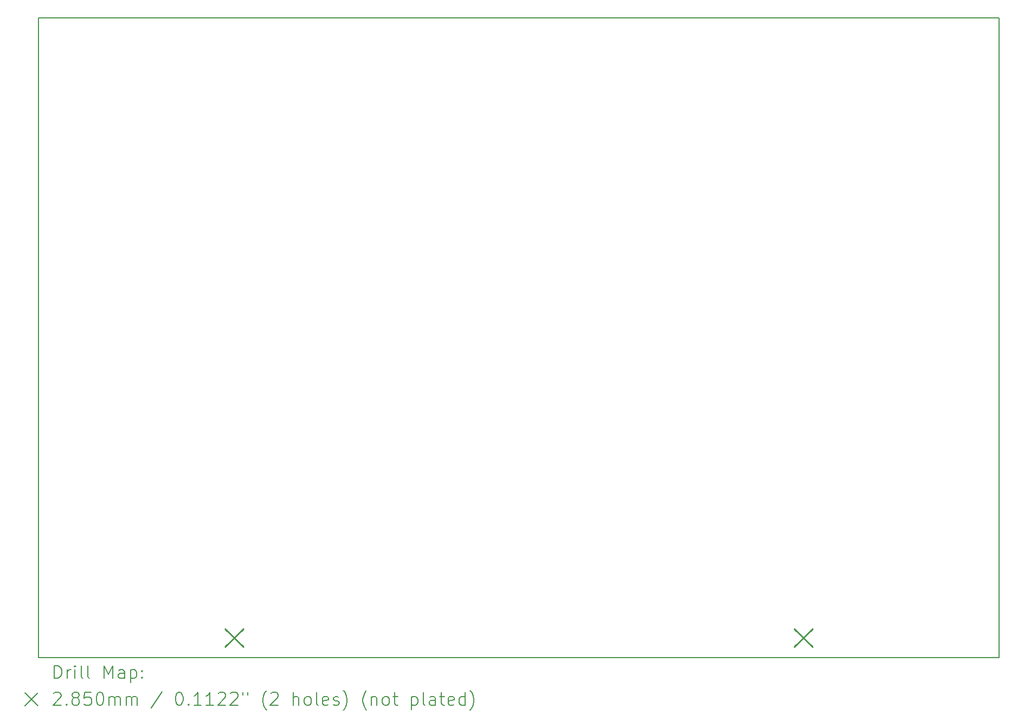
<source format=gbr>
%TF.GenerationSoftware,KiCad,Pcbnew,(6.0.7)*%
%TF.CreationDate,2023-04-20T17:26:40-06:00*%
%TF.ProjectId,boards,626f6172-6473-42e6-9b69-6361645f7063,rev?*%
%TF.SameCoordinates,Original*%
%TF.FileFunction,Drillmap*%
%TF.FilePolarity,Positive*%
%FSLAX45Y45*%
G04 Gerber Fmt 4.5, Leading zero omitted, Abs format (unit mm)*
G04 Created by KiCad (PCBNEW (6.0.7)) date 2023-04-20 17:26:40*
%MOMM*%
%LPD*%
G01*
G04 APERTURE LIST*
%ADD10C,0.200000*%
%ADD11C,0.285000*%
G04 APERTURE END LIST*
D10*
X32500000Y-20000000D02*
X17500000Y-20000000D01*
X17500000Y-20000000D02*
X17500000Y-10000000D01*
X17500000Y-10000000D02*
X32500000Y-10000000D01*
X32500000Y-10000000D02*
X32500000Y-20000000D01*
D11*
X20412500Y-19545250D02*
X20697500Y-19830250D01*
X20697500Y-19545250D02*
X20412500Y-19830250D01*
X29302500Y-19545250D02*
X29587500Y-19830250D01*
X29587500Y-19545250D02*
X29302500Y-19830250D01*
D10*
X17747619Y-20320476D02*
X17747619Y-20120476D01*
X17795238Y-20120476D01*
X17823810Y-20130000D01*
X17842857Y-20149048D01*
X17852381Y-20168095D01*
X17861905Y-20206190D01*
X17861905Y-20234762D01*
X17852381Y-20272857D01*
X17842857Y-20291905D01*
X17823810Y-20310952D01*
X17795238Y-20320476D01*
X17747619Y-20320476D01*
X17947619Y-20320476D02*
X17947619Y-20187143D01*
X17947619Y-20225238D02*
X17957143Y-20206190D01*
X17966667Y-20196667D01*
X17985714Y-20187143D01*
X18004762Y-20187143D01*
X18071429Y-20320476D02*
X18071429Y-20187143D01*
X18071429Y-20120476D02*
X18061905Y-20130000D01*
X18071429Y-20139524D01*
X18080952Y-20130000D01*
X18071429Y-20120476D01*
X18071429Y-20139524D01*
X18195238Y-20320476D02*
X18176190Y-20310952D01*
X18166667Y-20291905D01*
X18166667Y-20120476D01*
X18300000Y-20320476D02*
X18280952Y-20310952D01*
X18271429Y-20291905D01*
X18271429Y-20120476D01*
X18528571Y-20320476D02*
X18528571Y-20120476D01*
X18595238Y-20263333D01*
X18661905Y-20120476D01*
X18661905Y-20320476D01*
X18842857Y-20320476D02*
X18842857Y-20215714D01*
X18833333Y-20196667D01*
X18814286Y-20187143D01*
X18776190Y-20187143D01*
X18757143Y-20196667D01*
X18842857Y-20310952D02*
X18823810Y-20320476D01*
X18776190Y-20320476D01*
X18757143Y-20310952D01*
X18747619Y-20291905D01*
X18747619Y-20272857D01*
X18757143Y-20253810D01*
X18776190Y-20244286D01*
X18823810Y-20244286D01*
X18842857Y-20234762D01*
X18938095Y-20187143D02*
X18938095Y-20387143D01*
X18938095Y-20196667D02*
X18957143Y-20187143D01*
X18995238Y-20187143D01*
X19014286Y-20196667D01*
X19023810Y-20206190D01*
X19033333Y-20225238D01*
X19033333Y-20282381D01*
X19023810Y-20301429D01*
X19014286Y-20310952D01*
X18995238Y-20320476D01*
X18957143Y-20320476D01*
X18938095Y-20310952D01*
X19119048Y-20301429D02*
X19128571Y-20310952D01*
X19119048Y-20320476D01*
X19109524Y-20310952D01*
X19119048Y-20301429D01*
X19119048Y-20320476D01*
X19119048Y-20196667D02*
X19128571Y-20206190D01*
X19119048Y-20215714D01*
X19109524Y-20206190D01*
X19119048Y-20196667D01*
X19119048Y-20215714D01*
X17290000Y-20550000D02*
X17490000Y-20750000D01*
X17490000Y-20550000D02*
X17290000Y-20750000D01*
X17738095Y-20559524D02*
X17747619Y-20550000D01*
X17766667Y-20540476D01*
X17814286Y-20540476D01*
X17833333Y-20550000D01*
X17842857Y-20559524D01*
X17852381Y-20578571D01*
X17852381Y-20597619D01*
X17842857Y-20626190D01*
X17728571Y-20740476D01*
X17852381Y-20740476D01*
X17938095Y-20721429D02*
X17947619Y-20730952D01*
X17938095Y-20740476D01*
X17928571Y-20730952D01*
X17938095Y-20721429D01*
X17938095Y-20740476D01*
X18061905Y-20626190D02*
X18042857Y-20616667D01*
X18033333Y-20607143D01*
X18023810Y-20588095D01*
X18023810Y-20578571D01*
X18033333Y-20559524D01*
X18042857Y-20550000D01*
X18061905Y-20540476D01*
X18100000Y-20540476D01*
X18119048Y-20550000D01*
X18128571Y-20559524D01*
X18138095Y-20578571D01*
X18138095Y-20588095D01*
X18128571Y-20607143D01*
X18119048Y-20616667D01*
X18100000Y-20626190D01*
X18061905Y-20626190D01*
X18042857Y-20635714D01*
X18033333Y-20645238D01*
X18023810Y-20664286D01*
X18023810Y-20702381D01*
X18033333Y-20721429D01*
X18042857Y-20730952D01*
X18061905Y-20740476D01*
X18100000Y-20740476D01*
X18119048Y-20730952D01*
X18128571Y-20721429D01*
X18138095Y-20702381D01*
X18138095Y-20664286D01*
X18128571Y-20645238D01*
X18119048Y-20635714D01*
X18100000Y-20626190D01*
X18319048Y-20540476D02*
X18223810Y-20540476D01*
X18214286Y-20635714D01*
X18223810Y-20626190D01*
X18242857Y-20616667D01*
X18290476Y-20616667D01*
X18309524Y-20626190D01*
X18319048Y-20635714D01*
X18328571Y-20654762D01*
X18328571Y-20702381D01*
X18319048Y-20721429D01*
X18309524Y-20730952D01*
X18290476Y-20740476D01*
X18242857Y-20740476D01*
X18223810Y-20730952D01*
X18214286Y-20721429D01*
X18452381Y-20540476D02*
X18471429Y-20540476D01*
X18490476Y-20550000D01*
X18500000Y-20559524D01*
X18509524Y-20578571D01*
X18519048Y-20616667D01*
X18519048Y-20664286D01*
X18509524Y-20702381D01*
X18500000Y-20721429D01*
X18490476Y-20730952D01*
X18471429Y-20740476D01*
X18452381Y-20740476D01*
X18433333Y-20730952D01*
X18423810Y-20721429D01*
X18414286Y-20702381D01*
X18404762Y-20664286D01*
X18404762Y-20616667D01*
X18414286Y-20578571D01*
X18423810Y-20559524D01*
X18433333Y-20550000D01*
X18452381Y-20540476D01*
X18604762Y-20740476D02*
X18604762Y-20607143D01*
X18604762Y-20626190D02*
X18614286Y-20616667D01*
X18633333Y-20607143D01*
X18661905Y-20607143D01*
X18680952Y-20616667D01*
X18690476Y-20635714D01*
X18690476Y-20740476D01*
X18690476Y-20635714D02*
X18700000Y-20616667D01*
X18719048Y-20607143D01*
X18747619Y-20607143D01*
X18766667Y-20616667D01*
X18776190Y-20635714D01*
X18776190Y-20740476D01*
X18871429Y-20740476D02*
X18871429Y-20607143D01*
X18871429Y-20626190D02*
X18880952Y-20616667D01*
X18900000Y-20607143D01*
X18928571Y-20607143D01*
X18947619Y-20616667D01*
X18957143Y-20635714D01*
X18957143Y-20740476D01*
X18957143Y-20635714D02*
X18966667Y-20616667D01*
X18985714Y-20607143D01*
X19014286Y-20607143D01*
X19033333Y-20616667D01*
X19042857Y-20635714D01*
X19042857Y-20740476D01*
X19433333Y-20530952D02*
X19261905Y-20788095D01*
X19690476Y-20540476D02*
X19709524Y-20540476D01*
X19728571Y-20550000D01*
X19738095Y-20559524D01*
X19747619Y-20578571D01*
X19757143Y-20616667D01*
X19757143Y-20664286D01*
X19747619Y-20702381D01*
X19738095Y-20721429D01*
X19728571Y-20730952D01*
X19709524Y-20740476D01*
X19690476Y-20740476D01*
X19671429Y-20730952D01*
X19661905Y-20721429D01*
X19652381Y-20702381D01*
X19642857Y-20664286D01*
X19642857Y-20616667D01*
X19652381Y-20578571D01*
X19661905Y-20559524D01*
X19671429Y-20550000D01*
X19690476Y-20540476D01*
X19842857Y-20721429D02*
X19852381Y-20730952D01*
X19842857Y-20740476D01*
X19833333Y-20730952D01*
X19842857Y-20721429D01*
X19842857Y-20740476D01*
X20042857Y-20740476D02*
X19928571Y-20740476D01*
X19985714Y-20740476D02*
X19985714Y-20540476D01*
X19966667Y-20569048D01*
X19947619Y-20588095D01*
X19928571Y-20597619D01*
X20233333Y-20740476D02*
X20119048Y-20740476D01*
X20176190Y-20740476D02*
X20176190Y-20540476D01*
X20157143Y-20569048D01*
X20138095Y-20588095D01*
X20119048Y-20597619D01*
X20309524Y-20559524D02*
X20319048Y-20550000D01*
X20338095Y-20540476D01*
X20385714Y-20540476D01*
X20404762Y-20550000D01*
X20414286Y-20559524D01*
X20423810Y-20578571D01*
X20423810Y-20597619D01*
X20414286Y-20626190D01*
X20300000Y-20740476D01*
X20423810Y-20740476D01*
X20500000Y-20559524D02*
X20509524Y-20550000D01*
X20528571Y-20540476D01*
X20576190Y-20540476D01*
X20595238Y-20550000D01*
X20604762Y-20559524D01*
X20614286Y-20578571D01*
X20614286Y-20597619D01*
X20604762Y-20626190D01*
X20490476Y-20740476D01*
X20614286Y-20740476D01*
X20690476Y-20540476D02*
X20690476Y-20578571D01*
X20766667Y-20540476D02*
X20766667Y-20578571D01*
X21061905Y-20816667D02*
X21052381Y-20807143D01*
X21033333Y-20778571D01*
X21023810Y-20759524D01*
X21014286Y-20730952D01*
X21004762Y-20683333D01*
X21004762Y-20645238D01*
X21014286Y-20597619D01*
X21023810Y-20569048D01*
X21033333Y-20550000D01*
X21052381Y-20521429D01*
X21061905Y-20511905D01*
X21128571Y-20559524D02*
X21138095Y-20550000D01*
X21157143Y-20540476D01*
X21204762Y-20540476D01*
X21223810Y-20550000D01*
X21233333Y-20559524D01*
X21242857Y-20578571D01*
X21242857Y-20597619D01*
X21233333Y-20626190D01*
X21119048Y-20740476D01*
X21242857Y-20740476D01*
X21480952Y-20740476D02*
X21480952Y-20540476D01*
X21566667Y-20740476D02*
X21566667Y-20635714D01*
X21557143Y-20616667D01*
X21538095Y-20607143D01*
X21509524Y-20607143D01*
X21490476Y-20616667D01*
X21480952Y-20626190D01*
X21690476Y-20740476D02*
X21671429Y-20730952D01*
X21661905Y-20721429D01*
X21652381Y-20702381D01*
X21652381Y-20645238D01*
X21661905Y-20626190D01*
X21671429Y-20616667D01*
X21690476Y-20607143D01*
X21719048Y-20607143D01*
X21738095Y-20616667D01*
X21747619Y-20626190D01*
X21757143Y-20645238D01*
X21757143Y-20702381D01*
X21747619Y-20721429D01*
X21738095Y-20730952D01*
X21719048Y-20740476D01*
X21690476Y-20740476D01*
X21871429Y-20740476D02*
X21852381Y-20730952D01*
X21842857Y-20711905D01*
X21842857Y-20540476D01*
X22023810Y-20730952D02*
X22004762Y-20740476D01*
X21966667Y-20740476D01*
X21947619Y-20730952D01*
X21938095Y-20711905D01*
X21938095Y-20635714D01*
X21947619Y-20616667D01*
X21966667Y-20607143D01*
X22004762Y-20607143D01*
X22023810Y-20616667D01*
X22033333Y-20635714D01*
X22033333Y-20654762D01*
X21938095Y-20673810D01*
X22109524Y-20730952D02*
X22128571Y-20740476D01*
X22166667Y-20740476D01*
X22185714Y-20730952D01*
X22195238Y-20711905D01*
X22195238Y-20702381D01*
X22185714Y-20683333D01*
X22166667Y-20673810D01*
X22138095Y-20673810D01*
X22119048Y-20664286D01*
X22109524Y-20645238D01*
X22109524Y-20635714D01*
X22119048Y-20616667D01*
X22138095Y-20607143D01*
X22166667Y-20607143D01*
X22185714Y-20616667D01*
X22261905Y-20816667D02*
X22271429Y-20807143D01*
X22290476Y-20778571D01*
X22300000Y-20759524D01*
X22309524Y-20730952D01*
X22319048Y-20683333D01*
X22319048Y-20645238D01*
X22309524Y-20597619D01*
X22300000Y-20569048D01*
X22290476Y-20550000D01*
X22271429Y-20521429D01*
X22261905Y-20511905D01*
X22623809Y-20816667D02*
X22614286Y-20807143D01*
X22595238Y-20778571D01*
X22585714Y-20759524D01*
X22576190Y-20730952D01*
X22566667Y-20683333D01*
X22566667Y-20645238D01*
X22576190Y-20597619D01*
X22585714Y-20569048D01*
X22595238Y-20550000D01*
X22614286Y-20521429D01*
X22623809Y-20511905D01*
X22700000Y-20607143D02*
X22700000Y-20740476D01*
X22700000Y-20626190D02*
X22709524Y-20616667D01*
X22728571Y-20607143D01*
X22757143Y-20607143D01*
X22776190Y-20616667D01*
X22785714Y-20635714D01*
X22785714Y-20740476D01*
X22909524Y-20740476D02*
X22890476Y-20730952D01*
X22880952Y-20721429D01*
X22871428Y-20702381D01*
X22871428Y-20645238D01*
X22880952Y-20626190D01*
X22890476Y-20616667D01*
X22909524Y-20607143D01*
X22938095Y-20607143D01*
X22957143Y-20616667D01*
X22966667Y-20626190D01*
X22976190Y-20645238D01*
X22976190Y-20702381D01*
X22966667Y-20721429D01*
X22957143Y-20730952D01*
X22938095Y-20740476D01*
X22909524Y-20740476D01*
X23033333Y-20607143D02*
X23109524Y-20607143D01*
X23061905Y-20540476D02*
X23061905Y-20711905D01*
X23071428Y-20730952D01*
X23090476Y-20740476D01*
X23109524Y-20740476D01*
X23328571Y-20607143D02*
X23328571Y-20807143D01*
X23328571Y-20616667D02*
X23347619Y-20607143D01*
X23385714Y-20607143D01*
X23404762Y-20616667D01*
X23414286Y-20626190D01*
X23423809Y-20645238D01*
X23423809Y-20702381D01*
X23414286Y-20721429D01*
X23404762Y-20730952D01*
X23385714Y-20740476D01*
X23347619Y-20740476D01*
X23328571Y-20730952D01*
X23538095Y-20740476D02*
X23519048Y-20730952D01*
X23509524Y-20711905D01*
X23509524Y-20540476D01*
X23700000Y-20740476D02*
X23700000Y-20635714D01*
X23690476Y-20616667D01*
X23671428Y-20607143D01*
X23633333Y-20607143D01*
X23614286Y-20616667D01*
X23700000Y-20730952D02*
X23680952Y-20740476D01*
X23633333Y-20740476D01*
X23614286Y-20730952D01*
X23604762Y-20711905D01*
X23604762Y-20692857D01*
X23614286Y-20673810D01*
X23633333Y-20664286D01*
X23680952Y-20664286D01*
X23700000Y-20654762D01*
X23766667Y-20607143D02*
X23842857Y-20607143D01*
X23795238Y-20540476D02*
X23795238Y-20711905D01*
X23804762Y-20730952D01*
X23823809Y-20740476D01*
X23842857Y-20740476D01*
X23985714Y-20730952D02*
X23966667Y-20740476D01*
X23928571Y-20740476D01*
X23909524Y-20730952D01*
X23900000Y-20711905D01*
X23900000Y-20635714D01*
X23909524Y-20616667D01*
X23928571Y-20607143D01*
X23966667Y-20607143D01*
X23985714Y-20616667D01*
X23995238Y-20635714D01*
X23995238Y-20654762D01*
X23900000Y-20673810D01*
X24166667Y-20740476D02*
X24166667Y-20540476D01*
X24166667Y-20730952D02*
X24147619Y-20740476D01*
X24109524Y-20740476D01*
X24090476Y-20730952D01*
X24080952Y-20721429D01*
X24071428Y-20702381D01*
X24071428Y-20645238D01*
X24080952Y-20626190D01*
X24090476Y-20616667D01*
X24109524Y-20607143D01*
X24147619Y-20607143D01*
X24166667Y-20616667D01*
X24242857Y-20816667D02*
X24252381Y-20807143D01*
X24271428Y-20778571D01*
X24280952Y-20759524D01*
X24290476Y-20730952D01*
X24300000Y-20683333D01*
X24300000Y-20645238D01*
X24290476Y-20597619D01*
X24280952Y-20569048D01*
X24271428Y-20550000D01*
X24252381Y-20521429D01*
X24242857Y-20511905D01*
M02*

</source>
